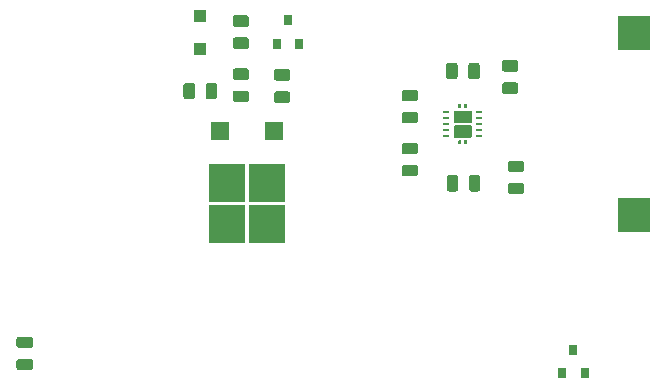
<source format=gbr>
G04 #@! TF.GenerationSoftware,KiCad,Pcbnew,(5.1.5)-3*
G04 #@! TF.CreationDate,2020-12-11T17:28:03+02:00*
G04 #@! TF.ProjectId,led_02,6c65645f-3032-42e6-9b69-6361645f7063,rev?*
G04 #@! TF.SameCoordinates,Original*
G04 #@! TF.FileFunction,Paste,Top*
G04 #@! TF.FilePolarity,Positive*
%FSLAX46Y46*%
G04 Gerber Fmt 4.6, Leading zero omitted, Abs format (unit mm)*
G04 Created by KiCad (PCBNEW (5.1.5)-3) date 2020-12-11 17:28:03*
%MOMM*%
%LPD*%
G04 APERTURE LIST*
%ADD10R,0.800000X0.900000*%
%ADD11R,1.100000X1.100000*%
%ADD12R,1.500000X1.600000*%
%ADD13R,3.100000X3.200000*%
%ADD14C,0.100000*%
%ADD15R,2.790000X2.920000*%
%ADD16R,0.600000X0.240000*%
G04 APERTURE END LIST*
D10*
X57450000Y-57200000D03*
X58400000Y-59200000D03*
X56500000Y-59200000D03*
D11*
X25800000Y-31700000D03*
X25800000Y-28900000D03*
D10*
X32350000Y-31300000D03*
X34250000Y-31300000D03*
X33300000Y-29300000D03*
D12*
X32100000Y-38650000D03*
X27500000Y-38650000D03*
D13*
X28100000Y-46550000D03*
X31500000Y-43050000D03*
X31500000Y-46550000D03*
X28100000Y-43050000D03*
D14*
G36*
X27067642Y-34601174D02*
G01*
X27091303Y-34604684D01*
X27114507Y-34610496D01*
X27137029Y-34618554D01*
X27158653Y-34628782D01*
X27179170Y-34641079D01*
X27198383Y-34655329D01*
X27216107Y-34671393D01*
X27232171Y-34689117D01*
X27246421Y-34708330D01*
X27258718Y-34728847D01*
X27268946Y-34750471D01*
X27277004Y-34772993D01*
X27282816Y-34796197D01*
X27286326Y-34819858D01*
X27287500Y-34843750D01*
X27287500Y-35756250D01*
X27286326Y-35780142D01*
X27282816Y-35803803D01*
X27277004Y-35827007D01*
X27268946Y-35849529D01*
X27258718Y-35871153D01*
X27246421Y-35891670D01*
X27232171Y-35910883D01*
X27216107Y-35928607D01*
X27198383Y-35944671D01*
X27179170Y-35958921D01*
X27158653Y-35971218D01*
X27137029Y-35981446D01*
X27114507Y-35989504D01*
X27091303Y-35995316D01*
X27067642Y-35998826D01*
X27043750Y-36000000D01*
X26556250Y-36000000D01*
X26532358Y-35998826D01*
X26508697Y-35995316D01*
X26485493Y-35989504D01*
X26462971Y-35981446D01*
X26441347Y-35971218D01*
X26420830Y-35958921D01*
X26401617Y-35944671D01*
X26383893Y-35928607D01*
X26367829Y-35910883D01*
X26353579Y-35891670D01*
X26341282Y-35871153D01*
X26331054Y-35849529D01*
X26322996Y-35827007D01*
X26317184Y-35803803D01*
X26313674Y-35780142D01*
X26312500Y-35756250D01*
X26312500Y-34843750D01*
X26313674Y-34819858D01*
X26317184Y-34796197D01*
X26322996Y-34772993D01*
X26331054Y-34750471D01*
X26341282Y-34728847D01*
X26353579Y-34708330D01*
X26367829Y-34689117D01*
X26383893Y-34671393D01*
X26401617Y-34655329D01*
X26420830Y-34641079D01*
X26441347Y-34628782D01*
X26462971Y-34618554D01*
X26485493Y-34610496D01*
X26508697Y-34604684D01*
X26532358Y-34601174D01*
X26556250Y-34600000D01*
X27043750Y-34600000D01*
X27067642Y-34601174D01*
G37*
G36*
X25192642Y-34601174D02*
G01*
X25216303Y-34604684D01*
X25239507Y-34610496D01*
X25262029Y-34618554D01*
X25283653Y-34628782D01*
X25304170Y-34641079D01*
X25323383Y-34655329D01*
X25341107Y-34671393D01*
X25357171Y-34689117D01*
X25371421Y-34708330D01*
X25383718Y-34728847D01*
X25393946Y-34750471D01*
X25402004Y-34772993D01*
X25407816Y-34796197D01*
X25411326Y-34819858D01*
X25412500Y-34843750D01*
X25412500Y-35756250D01*
X25411326Y-35780142D01*
X25407816Y-35803803D01*
X25402004Y-35827007D01*
X25393946Y-35849529D01*
X25383718Y-35871153D01*
X25371421Y-35891670D01*
X25357171Y-35910883D01*
X25341107Y-35928607D01*
X25323383Y-35944671D01*
X25304170Y-35958921D01*
X25283653Y-35971218D01*
X25262029Y-35981446D01*
X25239507Y-35989504D01*
X25216303Y-35995316D01*
X25192642Y-35998826D01*
X25168750Y-36000000D01*
X24681250Y-36000000D01*
X24657358Y-35998826D01*
X24633697Y-35995316D01*
X24610493Y-35989504D01*
X24587971Y-35981446D01*
X24566347Y-35971218D01*
X24545830Y-35958921D01*
X24526617Y-35944671D01*
X24508893Y-35928607D01*
X24492829Y-35910883D01*
X24478579Y-35891670D01*
X24466282Y-35871153D01*
X24456054Y-35849529D01*
X24447996Y-35827007D01*
X24442184Y-35803803D01*
X24438674Y-35780142D01*
X24437500Y-35756250D01*
X24437500Y-34843750D01*
X24438674Y-34819858D01*
X24442184Y-34796197D01*
X24447996Y-34772993D01*
X24456054Y-34750471D01*
X24466282Y-34728847D01*
X24478579Y-34708330D01*
X24492829Y-34689117D01*
X24508893Y-34671393D01*
X24526617Y-34655329D01*
X24545830Y-34641079D01*
X24566347Y-34628782D01*
X24587971Y-34618554D01*
X24610493Y-34610496D01*
X24633697Y-34604684D01*
X24657358Y-34601174D01*
X24681250Y-34600000D01*
X25168750Y-34600000D01*
X25192642Y-34601174D01*
G37*
G36*
X29780142Y-28876174D02*
G01*
X29803803Y-28879684D01*
X29827007Y-28885496D01*
X29849529Y-28893554D01*
X29871153Y-28903782D01*
X29891670Y-28916079D01*
X29910883Y-28930329D01*
X29928607Y-28946393D01*
X29944671Y-28964117D01*
X29958921Y-28983330D01*
X29971218Y-29003847D01*
X29981446Y-29025471D01*
X29989504Y-29047993D01*
X29995316Y-29071197D01*
X29998826Y-29094858D01*
X30000000Y-29118750D01*
X30000000Y-29606250D01*
X29998826Y-29630142D01*
X29995316Y-29653803D01*
X29989504Y-29677007D01*
X29981446Y-29699529D01*
X29971218Y-29721153D01*
X29958921Y-29741670D01*
X29944671Y-29760883D01*
X29928607Y-29778607D01*
X29910883Y-29794671D01*
X29891670Y-29808921D01*
X29871153Y-29821218D01*
X29849529Y-29831446D01*
X29827007Y-29839504D01*
X29803803Y-29845316D01*
X29780142Y-29848826D01*
X29756250Y-29850000D01*
X28843750Y-29850000D01*
X28819858Y-29848826D01*
X28796197Y-29845316D01*
X28772993Y-29839504D01*
X28750471Y-29831446D01*
X28728847Y-29821218D01*
X28708330Y-29808921D01*
X28689117Y-29794671D01*
X28671393Y-29778607D01*
X28655329Y-29760883D01*
X28641079Y-29741670D01*
X28628782Y-29721153D01*
X28618554Y-29699529D01*
X28610496Y-29677007D01*
X28604684Y-29653803D01*
X28601174Y-29630142D01*
X28600000Y-29606250D01*
X28600000Y-29118750D01*
X28601174Y-29094858D01*
X28604684Y-29071197D01*
X28610496Y-29047993D01*
X28618554Y-29025471D01*
X28628782Y-29003847D01*
X28641079Y-28983330D01*
X28655329Y-28964117D01*
X28671393Y-28946393D01*
X28689117Y-28930329D01*
X28708330Y-28916079D01*
X28728847Y-28903782D01*
X28750471Y-28893554D01*
X28772993Y-28885496D01*
X28796197Y-28879684D01*
X28819858Y-28876174D01*
X28843750Y-28875000D01*
X29756250Y-28875000D01*
X29780142Y-28876174D01*
G37*
G36*
X29780142Y-30751174D02*
G01*
X29803803Y-30754684D01*
X29827007Y-30760496D01*
X29849529Y-30768554D01*
X29871153Y-30778782D01*
X29891670Y-30791079D01*
X29910883Y-30805329D01*
X29928607Y-30821393D01*
X29944671Y-30839117D01*
X29958921Y-30858330D01*
X29971218Y-30878847D01*
X29981446Y-30900471D01*
X29989504Y-30922993D01*
X29995316Y-30946197D01*
X29998826Y-30969858D01*
X30000000Y-30993750D01*
X30000000Y-31481250D01*
X29998826Y-31505142D01*
X29995316Y-31528803D01*
X29989504Y-31552007D01*
X29981446Y-31574529D01*
X29971218Y-31596153D01*
X29958921Y-31616670D01*
X29944671Y-31635883D01*
X29928607Y-31653607D01*
X29910883Y-31669671D01*
X29891670Y-31683921D01*
X29871153Y-31696218D01*
X29849529Y-31706446D01*
X29827007Y-31714504D01*
X29803803Y-31720316D01*
X29780142Y-31723826D01*
X29756250Y-31725000D01*
X28843750Y-31725000D01*
X28819858Y-31723826D01*
X28796197Y-31720316D01*
X28772993Y-31714504D01*
X28750471Y-31706446D01*
X28728847Y-31696218D01*
X28708330Y-31683921D01*
X28689117Y-31669671D01*
X28671393Y-31653607D01*
X28655329Y-31635883D01*
X28641079Y-31616670D01*
X28628782Y-31596153D01*
X28618554Y-31574529D01*
X28610496Y-31552007D01*
X28604684Y-31528803D01*
X28601174Y-31505142D01*
X28600000Y-31481250D01*
X28600000Y-30993750D01*
X28601174Y-30969858D01*
X28604684Y-30946197D01*
X28610496Y-30922993D01*
X28618554Y-30900471D01*
X28628782Y-30878847D01*
X28641079Y-30858330D01*
X28655329Y-30839117D01*
X28671393Y-30821393D01*
X28689117Y-30805329D01*
X28708330Y-30791079D01*
X28728847Y-30778782D01*
X28750471Y-30768554D01*
X28772993Y-30760496D01*
X28796197Y-30754684D01*
X28819858Y-30751174D01*
X28843750Y-30750000D01*
X29756250Y-30750000D01*
X29780142Y-30751174D01*
G37*
G36*
X29780142Y-33376174D02*
G01*
X29803803Y-33379684D01*
X29827007Y-33385496D01*
X29849529Y-33393554D01*
X29871153Y-33403782D01*
X29891670Y-33416079D01*
X29910883Y-33430329D01*
X29928607Y-33446393D01*
X29944671Y-33464117D01*
X29958921Y-33483330D01*
X29971218Y-33503847D01*
X29981446Y-33525471D01*
X29989504Y-33547993D01*
X29995316Y-33571197D01*
X29998826Y-33594858D01*
X30000000Y-33618750D01*
X30000000Y-34106250D01*
X29998826Y-34130142D01*
X29995316Y-34153803D01*
X29989504Y-34177007D01*
X29981446Y-34199529D01*
X29971218Y-34221153D01*
X29958921Y-34241670D01*
X29944671Y-34260883D01*
X29928607Y-34278607D01*
X29910883Y-34294671D01*
X29891670Y-34308921D01*
X29871153Y-34321218D01*
X29849529Y-34331446D01*
X29827007Y-34339504D01*
X29803803Y-34345316D01*
X29780142Y-34348826D01*
X29756250Y-34350000D01*
X28843750Y-34350000D01*
X28819858Y-34348826D01*
X28796197Y-34345316D01*
X28772993Y-34339504D01*
X28750471Y-34331446D01*
X28728847Y-34321218D01*
X28708330Y-34308921D01*
X28689117Y-34294671D01*
X28671393Y-34278607D01*
X28655329Y-34260883D01*
X28641079Y-34241670D01*
X28628782Y-34221153D01*
X28618554Y-34199529D01*
X28610496Y-34177007D01*
X28604684Y-34153803D01*
X28601174Y-34130142D01*
X28600000Y-34106250D01*
X28600000Y-33618750D01*
X28601174Y-33594858D01*
X28604684Y-33571197D01*
X28610496Y-33547993D01*
X28618554Y-33525471D01*
X28628782Y-33503847D01*
X28641079Y-33483330D01*
X28655329Y-33464117D01*
X28671393Y-33446393D01*
X28689117Y-33430329D01*
X28708330Y-33416079D01*
X28728847Y-33403782D01*
X28750471Y-33393554D01*
X28772993Y-33385496D01*
X28796197Y-33379684D01*
X28819858Y-33376174D01*
X28843750Y-33375000D01*
X29756250Y-33375000D01*
X29780142Y-33376174D01*
G37*
G36*
X29780142Y-35251174D02*
G01*
X29803803Y-35254684D01*
X29827007Y-35260496D01*
X29849529Y-35268554D01*
X29871153Y-35278782D01*
X29891670Y-35291079D01*
X29910883Y-35305329D01*
X29928607Y-35321393D01*
X29944671Y-35339117D01*
X29958921Y-35358330D01*
X29971218Y-35378847D01*
X29981446Y-35400471D01*
X29989504Y-35422993D01*
X29995316Y-35446197D01*
X29998826Y-35469858D01*
X30000000Y-35493750D01*
X30000000Y-35981250D01*
X29998826Y-36005142D01*
X29995316Y-36028803D01*
X29989504Y-36052007D01*
X29981446Y-36074529D01*
X29971218Y-36096153D01*
X29958921Y-36116670D01*
X29944671Y-36135883D01*
X29928607Y-36153607D01*
X29910883Y-36169671D01*
X29891670Y-36183921D01*
X29871153Y-36196218D01*
X29849529Y-36206446D01*
X29827007Y-36214504D01*
X29803803Y-36220316D01*
X29780142Y-36223826D01*
X29756250Y-36225000D01*
X28843750Y-36225000D01*
X28819858Y-36223826D01*
X28796197Y-36220316D01*
X28772993Y-36214504D01*
X28750471Y-36206446D01*
X28728847Y-36196218D01*
X28708330Y-36183921D01*
X28689117Y-36169671D01*
X28671393Y-36153607D01*
X28655329Y-36135883D01*
X28641079Y-36116670D01*
X28628782Y-36096153D01*
X28618554Y-36074529D01*
X28610496Y-36052007D01*
X28604684Y-36028803D01*
X28601174Y-36005142D01*
X28600000Y-35981250D01*
X28600000Y-35493750D01*
X28601174Y-35469858D01*
X28604684Y-35446197D01*
X28610496Y-35422993D01*
X28618554Y-35400471D01*
X28628782Y-35378847D01*
X28641079Y-35358330D01*
X28655329Y-35339117D01*
X28671393Y-35321393D01*
X28689117Y-35305329D01*
X28708330Y-35291079D01*
X28728847Y-35278782D01*
X28750471Y-35268554D01*
X28772993Y-35260496D01*
X28796197Y-35254684D01*
X28819858Y-35251174D01*
X28843750Y-35250000D01*
X29756250Y-35250000D01*
X29780142Y-35251174D01*
G37*
G36*
X33280142Y-33438674D02*
G01*
X33303803Y-33442184D01*
X33327007Y-33447996D01*
X33349529Y-33456054D01*
X33371153Y-33466282D01*
X33391670Y-33478579D01*
X33410883Y-33492829D01*
X33428607Y-33508893D01*
X33444671Y-33526617D01*
X33458921Y-33545830D01*
X33471218Y-33566347D01*
X33481446Y-33587971D01*
X33489504Y-33610493D01*
X33495316Y-33633697D01*
X33498826Y-33657358D01*
X33500000Y-33681250D01*
X33500000Y-34168750D01*
X33498826Y-34192642D01*
X33495316Y-34216303D01*
X33489504Y-34239507D01*
X33481446Y-34262029D01*
X33471218Y-34283653D01*
X33458921Y-34304170D01*
X33444671Y-34323383D01*
X33428607Y-34341107D01*
X33410883Y-34357171D01*
X33391670Y-34371421D01*
X33371153Y-34383718D01*
X33349529Y-34393946D01*
X33327007Y-34402004D01*
X33303803Y-34407816D01*
X33280142Y-34411326D01*
X33256250Y-34412500D01*
X32343750Y-34412500D01*
X32319858Y-34411326D01*
X32296197Y-34407816D01*
X32272993Y-34402004D01*
X32250471Y-34393946D01*
X32228847Y-34383718D01*
X32208330Y-34371421D01*
X32189117Y-34357171D01*
X32171393Y-34341107D01*
X32155329Y-34323383D01*
X32141079Y-34304170D01*
X32128782Y-34283653D01*
X32118554Y-34262029D01*
X32110496Y-34239507D01*
X32104684Y-34216303D01*
X32101174Y-34192642D01*
X32100000Y-34168750D01*
X32100000Y-33681250D01*
X32101174Y-33657358D01*
X32104684Y-33633697D01*
X32110496Y-33610493D01*
X32118554Y-33587971D01*
X32128782Y-33566347D01*
X32141079Y-33545830D01*
X32155329Y-33526617D01*
X32171393Y-33508893D01*
X32189117Y-33492829D01*
X32208330Y-33478579D01*
X32228847Y-33466282D01*
X32250471Y-33456054D01*
X32272993Y-33447996D01*
X32296197Y-33442184D01*
X32319858Y-33438674D01*
X32343750Y-33437500D01*
X33256250Y-33437500D01*
X33280142Y-33438674D01*
G37*
G36*
X33280142Y-35313674D02*
G01*
X33303803Y-35317184D01*
X33327007Y-35322996D01*
X33349529Y-35331054D01*
X33371153Y-35341282D01*
X33391670Y-35353579D01*
X33410883Y-35367829D01*
X33428607Y-35383893D01*
X33444671Y-35401617D01*
X33458921Y-35420830D01*
X33471218Y-35441347D01*
X33481446Y-35462971D01*
X33489504Y-35485493D01*
X33495316Y-35508697D01*
X33498826Y-35532358D01*
X33500000Y-35556250D01*
X33500000Y-36043750D01*
X33498826Y-36067642D01*
X33495316Y-36091303D01*
X33489504Y-36114507D01*
X33481446Y-36137029D01*
X33471218Y-36158653D01*
X33458921Y-36179170D01*
X33444671Y-36198383D01*
X33428607Y-36216107D01*
X33410883Y-36232171D01*
X33391670Y-36246421D01*
X33371153Y-36258718D01*
X33349529Y-36268946D01*
X33327007Y-36277004D01*
X33303803Y-36282816D01*
X33280142Y-36286326D01*
X33256250Y-36287500D01*
X32343750Y-36287500D01*
X32319858Y-36286326D01*
X32296197Y-36282816D01*
X32272993Y-36277004D01*
X32250471Y-36268946D01*
X32228847Y-36258718D01*
X32208330Y-36246421D01*
X32189117Y-36232171D01*
X32171393Y-36216107D01*
X32155329Y-36198383D01*
X32141079Y-36179170D01*
X32128782Y-36158653D01*
X32118554Y-36137029D01*
X32110496Y-36114507D01*
X32104684Y-36091303D01*
X32101174Y-36067642D01*
X32100000Y-36043750D01*
X32100000Y-35556250D01*
X32101174Y-35532358D01*
X32104684Y-35508697D01*
X32110496Y-35485493D01*
X32118554Y-35462971D01*
X32128782Y-35441347D01*
X32141079Y-35420830D01*
X32155329Y-35401617D01*
X32171393Y-35383893D01*
X32189117Y-35367829D01*
X32208330Y-35353579D01*
X32228847Y-35341282D01*
X32250471Y-35331054D01*
X32272993Y-35322996D01*
X32296197Y-35317184D01*
X32319858Y-35313674D01*
X32343750Y-35312500D01*
X33256250Y-35312500D01*
X33280142Y-35313674D01*
G37*
G36*
X44080142Y-35176174D02*
G01*
X44103803Y-35179684D01*
X44127007Y-35185496D01*
X44149529Y-35193554D01*
X44171153Y-35203782D01*
X44191670Y-35216079D01*
X44210883Y-35230329D01*
X44228607Y-35246393D01*
X44244671Y-35264117D01*
X44258921Y-35283330D01*
X44271218Y-35303847D01*
X44281446Y-35325471D01*
X44289504Y-35347993D01*
X44295316Y-35371197D01*
X44298826Y-35394858D01*
X44300000Y-35418750D01*
X44300000Y-35906250D01*
X44298826Y-35930142D01*
X44295316Y-35953803D01*
X44289504Y-35977007D01*
X44281446Y-35999529D01*
X44271218Y-36021153D01*
X44258921Y-36041670D01*
X44244671Y-36060883D01*
X44228607Y-36078607D01*
X44210883Y-36094671D01*
X44191670Y-36108921D01*
X44171153Y-36121218D01*
X44149529Y-36131446D01*
X44127007Y-36139504D01*
X44103803Y-36145316D01*
X44080142Y-36148826D01*
X44056250Y-36150000D01*
X43143750Y-36150000D01*
X43119858Y-36148826D01*
X43096197Y-36145316D01*
X43072993Y-36139504D01*
X43050471Y-36131446D01*
X43028847Y-36121218D01*
X43008330Y-36108921D01*
X42989117Y-36094671D01*
X42971393Y-36078607D01*
X42955329Y-36060883D01*
X42941079Y-36041670D01*
X42928782Y-36021153D01*
X42918554Y-35999529D01*
X42910496Y-35977007D01*
X42904684Y-35953803D01*
X42901174Y-35930142D01*
X42900000Y-35906250D01*
X42900000Y-35418750D01*
X42901174Y-35394858D01*
X42904684Y-35371197D01*
X42910496Y-35347993D01*
X42918554Y-35325471D01*
X42928782Y-35303847D01*
X42941079Y-35283330D01*
X42955329Y-35264117D01*
X42971393Y-35246393D01*
X42989117Y-35230329D01*
X43008330Y-35216079D01*
X43028847Y-35203782D01*
X43050471Y-35193554D01*
X43072993Y-35185496D01*
X43096197Y-35179684D01*
X43119858Y-35176174D01*
X43143750Y-35175000D01*
X44056250Y-35175000D01*
X44080142Y-35176174D01*
G37*
G36*
X44080142Y-37051174D02*
G01*
X44103803Y-37054684D01*
X44127007Y-37060496D01*
X44149529Y-37068554D01*
X44171153Y-37078782D01*
X44191670Y-37091079D01*
X44210883Y-37105329D01*
X44228607Y-37121393D01*
X44244671Y-37139117D01*
X44258921Y-37158330D01*
X44271218Y-37178847D01*
X44281446Y-37200471D01*
X44289504Y-37222993D01*
X44295316Y-37246197D01*
X44298826Y-37269858D01*
X44300000Y-37293750D01*
X44300000Y-37781250D01*
X44298826Y-37805142D01*
X44295316Y-37828803D01*
X44289504Y-37852007D01*
X44281446Y-37874529D01*
X44271218Y-37896153D01*
X44258921Y-37916670D01*
X44244671Y-37935883D01*
X44228607Y-37953607D01*
X44210883Y-37969671D01*
X44191670Y-37983921D01*
X44171153Y-37996218D01*
X44149529Y-38006446D01*
X44127007Y-38014504D01*
X44103803Y-38020316D01*
X44080142Y-38023826D01*
X44056250Y-38025000D01*
X43143750Y-38025000D01*
X43119858Y-38023826D01*
X43096197Y-38020316D01*
X43072993Y-38014504D01*
X43050471Y-38006446D01*
X43028847Y-37996218D01*
X43008330Y-37983921D01*
X42989117Y-37969671D01*
X42971393Y-37953607D01*
X42955329Y-37935883D01*
X42941079Y-37916670D01*
X42928782Y-37896153D01*
X42918554Y-37874529D01*
X42910496Y-37852007D01*
X42904684Y-37828803D01*
X42901174Y-37805142D01*
X42900000Y-37781250D01*
X42900000Y-37293750D01*
X42901174Y-37269858D01*
X42904684Y-37246197D01*
X42910496Y-37222993D01*
X42918554Y-37200471D01*
X42928782Y-37178847D01*
X42941079Y-37158330D01*
X42955329Y-37139117D01*
X42971393Y-37121393D01*
X42989117Y-37105329D01*
X43008330Y-37091079D01*
X43028847Y-37078782D01*
X43050471Y-37068554D01*
X43072993Y-37060496D01*
X43096197Y-37054684D01*
X43119858Y-37051174D01*
X43143750Y-37050000D01*
X44056250Y-37050000D01*
X44080142Y-37051174D01*
G37*
G36*
X53080142Y-41176174D02*
G01*
X53103803Y-41179684D01*
X53127007Y-41185496D01*
X53149529Y-41193554D01*
X53171153Y-41203782D01*
X53191670Y-41216079D01*
X53210883Y-41230329D01*
X53228607Y-41246393D01*
X53244671Y-41264117D01*
X53258921Y-41283330D01*
X53271218Y-41303847D01*
X53281446Y-41325471D01*
X53289504Y-41347993D01*
X53295316Y-41371197D01*
X53298826Y-41394858D01*
X53300000Y-41418750D01*
X53300000Y-41906250D01*
X53298826Y-41930142D01*
X53295316Y-41953803D01*
X53289504Y-41977007D01*
X53281446Y-41999529D01*
X53271218Y-42021153D01*
X53258921Y-42041670D01*
X53244671Y-42060883D01*
X53228607Y-42078607D01*
X53210883Y-42094671D01*
X53191670Y-42108921D01*
X53171153Y-42121218D01*
X53149529Y-42131446D01*
X53127007Y-42139504D01*
X53103803Y-42145316D01*
X53080142Y-42148826D01*
X53056250Y-42150000D01*
X52143750Y-42150000D01*
X52119858Y-42148826D01*
X52096197Y-42145316D01*
X52072993Y-42139504D01*
X52050471Y-42131446D01*
X52028847Y-42121218D01*
X52008330Y-42108921D01*
X51989117Y-42094671D01*
X51971393Y-42078607D01*
X51955329Y-42060883D01*
X51941079Y-42041670D01*
X51928782Y-42021153D01*
X51918554Y-41999529D01*
X51910496Y-41977007D01*
X51904684Y-41953803D01*
X51901174Y-41930142D01*
X51900000Y-41906250D01*
X51900000Y-41418750D01*
X51901174Y-41394858D01*
X51904684Y-41371197D01*
X51910496Y-41347993D01*
X51918554Y-41325471D01*
X51928782Y-41303847D01*
X51941079Y-41283330D01*
X51955329Y-41264117D01*
X51971393Y-41246393D01*
X51989117Y-41230329D01*
X52008330Y-41216079D01*
X52028847Y-41203782D01*
X52050471Y-41193554D01*
X52072993Y-41185496D01*
X52096197Y-41179684D01*
X52119858Y-41176174D01*
X52143750Y-41175000D01*
X53056250Y-41175000D01*
X53080142Y-41176174D01*
G37*
G36*
X53080142Y-43051174D02*
G01*
X53103803Y-43054684D01*
X53127007Y-43060496D01*
X53149529Y-43068554D01*
X53171153Y-43078782D01*
X53191670Y-43091079D01*
X53210883Y-43105329D01*
X53228607Y-43121393D01*
X53244671Y-43139117D01*
X53258921Y-43158330D01*
X53271218Y-43178847D01*
X53281446Y-43200471D01*
X53289504Y-43222993D01*
X53295316Y-43246197D01*
X53298826Y-43269858D01*
X53300000Y-43293750D01*
X53300000Y-43781250D01*
X53298826Y-43805142D01*
X53295316Y-43828803D01*
X53289504Y-43852007D01*
X53281446Y-43874529D01*
X53271218Y-43896153D01*
X53258921Y-43916670D01*
X53244671Y-43935883D01*
X53228607Y-43953607D01*
X53210883Y-43969671D01*
X53191670Y-43983921D01*
X53171153Y-43996218D01*
X53149529Y-44006446D01*
X53127007Y-44014504D01*
X53103803Y-44020316D01*
X53080142Y-44023826D01*
X53056250Y-44025000D01*
X52143750Y-44025000D01*
X52119858Y-44023826D01*
X52096197Y-44020316D01*
X52072993Y-44014504D01*
X52050471Y-44006446D01*
X52028847Y-43996218D01*
X52008330Y-43983921D01*
X51989117Y-43969671D01*
X51971393Y-43953607D01*
X51955329Y-43935883D01*
X51941079Y-43916670D01*
X51928782Y-43896153D01*
X51918554Y-43874529D01*
X51910496Y-43852007D01*
X51904684Y-43828803D01*
X51901174Y-43805142D01*
X51900000Y-43781250D01*
X51900000Y-43293750D01*
X51901174Y-43269858D01*
X51904684Y-43246197D01*
X51910496Y-43222993D01*
X51918554Y-43200471D01*
X51928782Y-43178847D01*
X51941079Y-43158330D01*
X51955329Y-43139117D01*
X51971393Y-43121393D01*
X51989117Y-43105329D01*
X52008330Y-43091079D01*
X52028847Y-43078782D01*
X52050471Y-43068554D01*
X52072993Y-43060496D01*
X52096197Y-43054684D01*
X52119858Y-43051174D01*
X52143750Y-43050000D01*
X53056250Y-43050000D01*
X53080142Y-43051174D01*
G37*
G36*
X52580142Y-32676174D02*
G01*
X52603803Y-32679684D01*
X52627007Y-32685496D01*
X52649529Y-32693554D01*
X52671153Y-32703782D01*
X52691670Y-32716079D01*
X52710883Y-32730329D01*
X52728607Y-32746393D01*
X52744671Y-32764117D01*
X52758921Y-32783330D01*
X52771218Y-32803847D01*
X52781446Y-32825471D01*
X52789504Y-32847993D01*
X52795316Y-32871197D01*
X52798826Y-32894858D01*
X52800000Y-32918750D01*
X52800000Y-33406250D01*
X52798826Y-33430142D01*
X52795316Y-33453803D01*
X52789504Y-33477007D01*
X52781446Y-33499529D01*
X52771218Y-33521153D01*
X52758921Y-33541670D01*
X52744671Y-33560883D01*
X52728607Y-33578607D01*
X52710883Y-33594671D01*
X52691670Y-33608921D01*
X52671153Y-33621218D01*
X52649529Y-33631446D01*
X52627007Y-33639504D01*
X52603803Y-33645316D01*
X52580142Y-33648826D01*
X52556250Y-33650000D01*
X51643750Y-33650000D01*
X51619858Y-33648826D01*
X51596197Y-33645316D01*
X51572993Y-33639504D01*
X51550471Y-33631446D01*
X51528847Y-33621218D01*
X51508330Y-33608921D01*
X51489117Y-33594671D01*
X51471393Y-33578607D01*
X51455329Y-33560883D01*
X51441079Y-33541670D01*
X51428782Y-33521153D01*
X51418554Y-33499529D01*
X51410496Y-33477007D01*
X51404684Y-33453803D01*
X51401174Y-33430142D01*
X51400000Y-33406250D01*
X51400000Y-32918750D01*
X51401174Y-32894858D01*
X51404684Y-32871197D01*
X51410496Y-32847993D01*
X51418554Y-32825471D01*
X51428782Y-32803847D01*
X51441079Y-32783330D01*
X51455329Y-32764117D01*
X51471393Y-32746393D01*
X51489117Y-32730329D01*
X51508330Y-32716079D01*
X51528847Y-32703782D01*
X51550471Y-32693554D01*
X51572993Y-32685496D01*
X51596197Y-32679684D01*
X51619858Y-32676174D01*
X51643750Y-32675000D01*
X52556250Y-32675000D01*
X52580142Y-32676174D01*
G37*
G36*
X52580142Y-34551174D02*
G01*
X52603803Y-34554684D01*
X52627007Y-34560496D01*
X52649529Y-34568554D01*
X52671153Y-34578782D01*
X52691670Y-34591079D01*
X52710883Y-34605329D01*
X52728607Y-34621393D01*
X52744671Y-34639117D01*
X52758921Y-34658330D01*
X52771218Y-34678847D01*
X52781446Y-34700471D01*
X52789504Y-34722993D01*
X52795316Y-34746197D01*
X52798826Y-34769858D01*
X52800000Y-34793750D01*
X52800000Y-35281250D01*
X52798826Y-35305142D01*
X52795316Y-35328803D01*
X52789504Y-35352007D01*
X52781446Y-35374529D01*
X52771218Y-35396153D01*
X52758921Y-35416670D01*
X52744671Y-35435883D01*
X52728607Y-35453607D01*
X52710883Y-35469671D01*
X52691670Y-35483921D01*
X52671153Y-35496218D01*
X52649529Y-35506446D01*
X52627007Y-35514504D01*
X52603803Y-35520316D01*
X52580142Y-35523826D01*
X52556250Y-35525000D01*
X51643750Y-35525000D01*
X51619858Y-35523826D01*
X51596197Y-35520316D01*
X51572993Y-35514504D01*
X51550471Y-35506446D01*
X51528847Y-35496218D01*
X51508330Y-35483921D01*
X51489117Y-35469671D01*
X51471393Y-35453607D01*
X51455329Y-35435883D01*
X51441079Y-35416670D01*
X51428782Y-35396153D01*
X51418554Y-35374529D01*
X51410496Y-35352007D01*
X51404684Y-35328803D01*
X51401174Y-35305142D01*
X51400000Y-35281250D01*
X51400000Y-34793750D01*
X51401174Y-34769858D01*
X51404684Y-34746197D01*
X51410496Y-34722993D01*
X51418554Y-34700471D01*
X51428782Y-34678847D01*
X51441079Y-34658330D01*
X51455329Y-34639117D01*
X51471393Y-34621393D01*
X51489117Y-34605329D01*
X51508330Y-34591079D01*
X51528847Y-34578782D01*
X51550471Y-34568554D01*
X51572993Y-34560496D01*
X51596197Y-34554684D01*
X51619858Y-34551174D01*
X51643750Y-34550000D01*
X52556250Y-34550000D01*
X52580142Y-34551174D01*
G37*
D15*
X62600000Y-30400000D03*
X62600000Y-45800000D03*
D14*
G36*
X11480142Y-56076174D02*
G01*
X11503803Y-56079684D01*
X11527007Y-56085496D01*
X11549529Y-56093554D01*
X11571153Y-56103782D01*
X11591670Y-56116079D01*
X11610883Y-56130329D01*
X11628607Y-56146393D01*
X11644671Y-56164117D01*
X11658921Y-56183330D01*
X11671218Y-56203847D01*
X11681446Y-56225471D01*
X11689504Y-56247993D01*
X11695316Y-56271197D01*
X11698826Y-56294858D01*
X11700000Y-56318750D01*
X11700000Y-56806250D01*
X11698826Y-56830142D01*
X11695316Y-56853803D01*
X11689504Y-56877007D01*
X11681446Y-56899529D01*
X11671218Y-56921153D01*
X11658921Y-56941670D01*
X11644671Y-56960883D01*
X11628607Y-56978607D01*
X11610883Y-56994671D01*
X11591670Y-57008921D01*
X11571153Y-57021218D01*
X11549529Y-57031446D01*
X11527007Y-57039504D01*
X11503803Y-57045316D01*
X11480142Y-57048826D01*
X11456250Y-57050000D01*
X10543750Y-57050000D01*
X10519858Y-57048826D01*
X10496197Y-57045316D01*
X10472993Y-57039504D01*
X10450471Y-57031446D01*
X10428847Y-57021218D01*
X10408330Y-57008921D01*
X10389117Y-56994671D01*
X10371393Y-56978607D01*
X10355329Y-56960883D01*
X10341079Y-56941670D01*
X10328782Y-56921153D01*
X10318554Y-56899529D01*
X10310496Y-56877007D01*
X10304684Y-56853803D01*
X10301174Y-56830142D01*
X10300000Y-56806250D01*
X10300000Y-56318750D01*
X10301174Y-56294858D01*
X10304684Y-56271197D01*
X10310496Y-56247993D01*
X10318554Y-56225471D01*
X10328782Y-56203847D01*
X10341079Y-56183330D01*
X10355329Y-56164117D01*
X10371393Y-56146393D01*
X10389117Y-56130329D01*
X10408330Y-56116079D01*
X10428847Y-56103782D01*
X10450471Y-56093554D01*
X10472993Y-56085496D01*
X10496197Y-56079684D01*
X10519858Y-56076174D01*
X10543750Y-56075000D01*
X11456250Y-56075000D01*
X11480142Y-56076174D01*
G37*
G36*
X11480142Y-57951174D02*
G01*
X11503803Y-57954684D01*
X11527007Y-57960496D01*
X11549529Y-57968554D01*
X11571153Y-57978782D01*
X11591670Y-57991079D01*
X11610883Y-58005329D01*
X11628607Y-58021393D01*
X11644671Y-58039117D01*
X11658921Y-58058330D01*
X11671218Y-58078847D01*
X11681446Y-58100471D01*
X11689504Y-58122993D01*
X11695316Y-58146197D01*
X11698826Y-58169858D01*
X11700000Y-58193750D01*
X11700000Y-58681250D01*
X11698826Y-58705142D01*
X11695316Y-58728803D01*
X11689504Y-58752007D01*
X11681446Y-58774529D01*
X11671218Y-58796153D01*
X11658921Y-58816670D01*
X11644671Y-58835883D01*
X11628607Y-58853607D01*
X11610883Y-58869671D01*
X11591670Y-58883921D01*
X11571153Y-58896218D01*
X11549529Y-58906446D01*
X11527007Y-58914504D01*
X11503803Y-58920316D01*
X11480142Y-58923826D01*
X11456250Y-58925000D01*
X10543750Y-58925000D01*
X10519858Y-58923826D01*
X10496197Y-58920316D01*
X10472993Y-58914504D01*
X10450471Y-58906446D01*
X10428847Y-58896218D01*
X10408330Y-58883921D01*
X10389117Y-58869671D01*
X10371393Y-58853607D01*
X10355329Y-58835883D01*
X10341079Y-58816670D01*
X10328782Y-58796153D01*
X10318554Y-58774529D01*
X10310496Y-58752007D01*
X10304684Y-58728803D01*
X10301174Y-58705142D01*
X10300000Y-58681250D01*
X10300000Y-58193750D01*
X10301174Y-58169858D01*
X10304684Y-58146197D01*
X10310496Y-58122993D01*
X10318554Y-58100471D01*
X10328782Y-58078847D01*
X10341079Y-58058330D01*
X10355329Y-58039117D01*
X10371393Y-58021393D01*
X10389117Y-58005329D01*
X10408330Y-57991079D01*
X10428847Y-57978782D01*
X10450471Y-57968554D01*
X10472993Y-57960496D01*
X10496197Y-57954684D01*
X10519858Y-57951174D01*
X10543750Y-57950000D01*
X11456250Y-57950000D01*
X11480142Y-57951174D01*
G37*
G36*
X47492642Y-42401174D02*
G01*
X47516303Y-42404684D01*
X47539507Y-42410496D01*
X47562029Y-42418554D01*
X47583653Y-42428782D01*
X47604170Y-42441079D01*
X47623383Y-42455329D01*
X47641107Y-42471393D01*
X47657171Y-42489117D01*
X47671421Y-42508330D01*
X47683718Y-42528847D01*
X47693946Y-42550471D01*
X47702004Y-42572993D01*
X47707816Y-42596197D01*
X47711326Y-42619858D01*
X47712500Y-42643750D01*
X47712500Y-43556250D01*
X47711326Y-43580142D01*
X47707816Y-43603803D01*
X47702004Y-43627007D01*
X47693946Y-43649529D01*
X47683718Y-43671153D01*
X47671421Y-43691670D01*
X47657171Y-43710883D01*
X47641107Y-43728607D01*
X47623383Y-43744671D01*
X47604170Y-43758921D01*
X47583653Y-43771218D01*
X47562029Y-43781446D01*
X47539507Y-43789504D01*
X47516303Y-43795316D01*
X47492642Y-43798826D01*
X47468750Y-43800000D01*
X46981250Y-43800000D01*
X46957358Y-43798826D01*
X46933697Y-43795316D01*
X46910493Y-43789504D01*
X46887971Y-43781446D01*
X46866347Y-43771218D01*
X46845830Y-43758921D01*
X46826617Y-43744671D01*
X46808893Y-43728607D01*
X46792829Y-43710883D01*
X46778579Y-43691670D01*
X46766282Y-43671153D01*
X46756054Y-43649529D01*
X46747996Y-43627007D01*
X46742184Y-43603803D01*
X46738674Y-43580142D01*
X46737500Y-43556250D01*
X46737500Y-42643750D01*
X46738674Y-42619858D01*
X46742184Y-42596197D01*
X46747996Y-42572993D01*
X46756054Y-42550471D01*
X46766282Y-42528847D01*
X46778579Y-42508330D01*
X46792829Y-42489117D01*
X46808893Y-42471393D01*
X46826617Y-42455329D01*
X46845830Y-42441079D01*
X46866347Y-42428782D01*
X46887971Y-42418554D01*
X46910493Y-42410496D01*
X46933697Y-42404684D01*
X46957358Y-42401174D01*
X46981250Y-42400000D01*
X47468750Y-42400000D01*
X47492642Y-42401174D01*
G37*
G36*
X49367642Y-42401174D02*
G01*
X49391303Y-42404684D01*
X49414507Y-42410496D01*
X49437029Y-42418554D01*
X49458653Y-42428782D01*
X49479170Y-42441079D01*
X49498383Y-42455329D01*
X49516107Y-42471393D01*
X49532171Y-42489117D01*
X49546421Y-42508330D01*
X49558718Y-42528847D01*
X49568946Y-42550471D01*
X49577004Y-42572993D01*
X49582816Y-42596197D01*
X49586326Y-42619858D01*
X49587500Y-42643750D01*
X49587500Y-43556250D01*
X49586326Y-43580142D01*
X49582816Y-43603803D01*
X49577004Y-43627007D01*
X49568946Y-43649529D01*
X49558718Y-43671153D01*
X49546421Y-43691670D01*
X49532171Y-43710883D01*
X49516107Y-43728607D01*
X49498383Y-43744671D01*
X49479170Y-43758921D01*
X49458653Y-43771218D01*
X49437029Y-43781446D01*
X49414507Y-43789504D01*
X49391303Y-43795316D01*
X49367642Y-43798826D01*
X49343750Y-43800000D01*
X48856250Y-43800000D01*
X48832358Y-43798826D01*
X48808697Y-43795316D01*
X48785493Y-43789504D01*
X48762971Y-43781446D01*
X48741347Y-43771218D01*
X48720830Y-43758921D01*
X48701617Y-43744671D01*
X48683893Y-43728607D01*
X48667829Y-43710883D01*
X48653579Y-43691670D01*
X48641282Y-43671153D01*
X48631054Y-43649529D01*
X48622996Y-43627007D01*
X48617184Y-43603803D01*
X48613674Y-43580142D01*
X48612500Y-43556250D01*
X48612500Y-42643750D01*
X48613674Y-42619858D01*
X48617184Y-42596197D01*
X48622996Y-42572993D01*
X48631054Y-42550471D01*
X48641282Y-42528847D01*
X48653579Y-42508330D01*
X48667829Y-42489117D01*
X48683893Y-42471393D01*
X48701617Y-42455329D01*
X48720830Y-42441079D01*
X48741347Y-42428782D01*
X48762971Y-42418554D01*
X48785493Y-42410496D01*
X48808697Y-42404684D01*
X48832358Y-42401174D01*
X48856250Y-42400000D01*
X49343750Y-42400000D01*
X49367642Y-42401174D01*
G37*
G36*
X44080142Y-41551174D02*
G01*
X44103803Y-41554684D01*
X44127007Y-41560496D01*
X44149529Y-41568554D01*
X44171153Y-41578782D01*
X44191670Y-41591079D01*
X44210883Y-41605329D01*
X44228607Y-41621393D01*
X44244671Y-41639117D01*
X44258921Y-41658330D01*
X44271218Y-41678847D01*
X44281446Y-41700471D01*
X44289504Y-41722993D01*
X44295316Y-41746197D01*
X44298826Y-41769858D01*
X44300000Y-41793750D01*
X44300000Y-42281250D01*
X44298826Y-42305142D01*
X44295316Y-42328803D01*
X44289504Y-42352007D01*
X44281446Y-42374529D01*
X44271218Y-42396153D01*
X44258921Y-42416670D01*
X44244671Y-42435883D01*
X44228607Y-42453607D01*
X44210883Y-42469671D01*
X44191670Y-42483921D01*
X44171153Y-42496218D01*
X44149529Y-42506446D01*
X44127007Y-42514504D01*
X44103803Y-42520316D01*
X44080142Y-42523826D01*
X44056250Y-42525000D01*
X43143750Y-42525000D01*
X43119858Y-42523826D01*
X43096197Y-42520316D01*
X43072993Y-42514504D01*
X43050471Y-42506446D01*
X43028847Y-42496218D01*
X43008330Y-42483921D01*
X42989117Y-42469671D01*
X42971393Y-42453607D01*
X42955329Y-42435883D01*
X42941079Y-42416670D01*
X42928782Y-42396153D01*
X42918554Y-42374529D01*
X42910496Y-42352007D01*
X42904684Y-42328803D01*
X42901174Y-42305142D01*
X42900000Y-42281250D01*
X42900000Y-41793750D01*
X42901174Y-41769858D01*
X42904684Y-41746197D01*
X42910496Y-41722993D01*
X42918554Y-41700471D01*
X42928782Y-41678847D01*
X42941079Y-41658330D01*
X42955329Y-41639117D01*
X42971393Y-41621393D01*
X42989117Y-41605329D01*
X43008330Y-41591079D01*
X43028847Y-41578782D01*
X43050471Y-41568554D01*
X43072993Y-41560496D01*
X43096197Y-41554684D01*
X43119858Y-41551174D01*
X43143750Y-41550000D01*
X44056250Y-41550000D01*
X44080142Y-41551174D01*
G37*
G36*
X44080142Y-39676174D02*
G01*
X44103803Y-39679684D01*
X44127007Y-39685496D01*
X44149529Y-39693554D01*
X44171153Y-39703782D01*
X44191670Y-39716079D01*
X44210883Y-39730329D01*
X44228607Y-39746393D01*
X44244671Y-39764117D01*
X44258921Y-39783330D01*
X44271218Y-39803847D01*
X44281446Y-39825471D01*
X44289504Y-39847993D01*
X44295316Y-39871197D01*
X44298826Y-39894858D01*
X44300000Y-39918750D01*
X44300000Y-40406250D01*
X44298826Y-40430142D01*
X44295316Y-40453803D01*
X44289504Y-40477007D01*
X44281446Y-40499529D01*
X44271218Y-40521153D01*
X44258921Y-40541670D01*
X44244671Y-40560883D01*
X44228607Y-40578607D01*
X44210883Y-40594671D01*
X44191670Y-40608921D01*
X44171153Y-40621218D01*
X44149529Y-40631446D01*
X44127007Y-40639504D01*
X44103803Y-40645316D01*
X44080142Y-40648826D01*
X44056250Y-40650000D01*
X43143750Y-40650000D01*
X43119858Y-40648826D01*
X43096197Y-40645316D01*
X43072993Y-40639504D01*
X43050471Y-40631446D01*
X43028847Y-40621218D01*
X43008330Y-40608921D01*
X42989117Y-40594671D01*
X42971393Y-40578607D01*
X42955329Y-40560883D01*
X42941079Y-40541670D01*
X42928782Y-40521153D01*
X42918554Y-40499529D01*
X42910496Y-40477007D01*
X42904684Y-40453803D01*
X42901174Y-40430142D01*
X42900000Y-40406250D01*
X42900000Y-39918750D01*
X42901174Y-39894858D01*
X42904684Y-39871197D01*
X42910496Y-39847993D01*
X42918554Y-39825471D01*
X42928782Y-39803847D01*
X42941079Y-39783330D01*
X42955329Y-39764117D01*
X42971393Y-39746393D01*
X42989117Y-39730329D01*
X43008330Y-39716079D01*
X43028847Y-39703782D01*
X43050471Y-39693554D01*
X43072993Y-39685496D01*
X43096197Y-39679684D01*
X43119858Y-39676174D01*
X43143750Y-39675000D01*
X44056250Y-39675000D01*
X44080142Y-39676174D01*
G37*
G36*
X49305142Y-32901174D02*
G01*
X49328803Y-32904684D01*
X49352007Y-32910496D01*
X49374529Y-32918554D01*
X49396153Y-32928782D01*
X49416670Y-32941079D01*
X49435883Y-32955329D01*
X49453607Y-32971393D01*
X49469671Y-32989117D01*
X49483921Y-33008330D01*
X49496218Y-33028847D01*
X49506446Y-33050471D01*
X49514504Y-33072993D01*
X49520316Y-33096197D01*
X49523826Y-33119858D01*
X49525000Y-33143750D01*
X49525000Y-34056250D01*
X49523826Y-34080142D01*
X49520316Y-34103803D01*
X49514504Y-34127007D01*
X49506446Y-34149529D01*
X49496218Y-34171153D01*
X49483921Y-34191670D01*
X49469671Y-34210883D01*
X49453607Y-34228607D01*
X49435883Y-34244671D01*
X49416670Y-34258921D01*
X49396153Y-34271218D01*
X49374529Y-34281446D01*
X49352007Y-34289504D01*
X49328803Y-34295316D01*
X49305142Y-34298826D01*
X49281250Y-34300000D01*
X48793750Y-34300000D01*
X48769858Y-34298826D01*
X48746197Y-34295316D01*
X48722993Y-34289504D01*
X48700471Y-34281446D01*
X48678847Y-34271218D01*
X48658330Y-34258921D01*
X48639117Y-34244671D01*
X48621393Y-34228607D01*
X48605329Y-34210883D01*
X48591079Y-34191670D01*
X48578782Y-34171153D01*
X48568554Y-34149529D01*
X48560496Y-34127007D01*
X48554684Y-34103803D01*
X48551174Y-34080142D01*
X48550000Y-34056250D01*
X48550000Y-33143750D01*
X48551174Y-33119858D01*
X48554684Y-33096197D01*
X48560496Y-33072993D01*
X48568554Y-33050471D01*
X48578782Y-33028847D01*
X48591079Y-33008330D01*
X48605329Y-32989117D01*
X48621393Y-32971393D01*
X48639117Y-32955329D01*
X48658330Y-32941079D01*
X48678847Y-32928782D01*
X48700471Y-32918554D01*
X48722993Y-32910496D01*
X48746197Y-32904684D01*
X48769858Y-32901174D01*
X48793750Y-32900000D01*
X49281250Y-32900000D01*
X49305142Y-32901174D01*
G37*
G36*
X47430142Y-32901174D02*
G01*
X47453803Y-32904684D01*
X47477007Y-32910496D01*
X47499529Y-32918554D01*
X47521153Y-32928782D01*
X47541670Y-32941079D01*
X47560883Y-32955329D01*
X47578607Y-32971393D01*
X47594671Y-32989117D01*
X47608921Y-33008330D01*
X47621218Y-33028847D01*
X47631446Y-33050471D01*
X47639504Y-33072993D01*
X47645316Y-33096197D01*
X47648826Y-33119858D01*
X47650000Y-33143750D01*
X47650000Y-34056250D01*
X47648826Y-34080142D01*
X47645316Y-34103803D01*
X47639504Y-34127007D01*
X47631446Y-34149529D01*
X47621218Y-34171153D01*
X47608921Y-34191670D01*
X47594671Y-34210883D01*
X47578607Y-34228607D01*
X47560883Y-34244671D01*
X47541670Y-34258921D01*
X47521153Y-34271218D01*
X47499529Y-34281446D01*
X47477007Y-34289504D01*
X47453803Y-34295316D01*
X47430142Y-34298826D01*
X47406250Y-34300000D01*
X46918750Y-34300000D01*
X46894858Y-34298826D01*
X46871197Y-34295316D01*
X46847993Y-34289504D01*
X46825471Y-34281446D01*
X46803847Y-34271218D01*
X46783330Y-34258921D01*
X46764117Y-34244671D01*
X46746393Y-34228607D01*
X46730329Y-34210883D01*
X46716079Y-34191670D01*
X46703782Y-34171153D01*
X46693554Y-34149529D01*
X46685496Y-34127007D01*
X46679684Y-34103803D01*
X46676174Y-34080142D01*
X46675000Y-34056250D01*
X46675000Y-33143750D01*
X46676174Y-33119858D01*
X46679684Y-33096197D01*
X46685496Y-33072993D01*
X46693554Y-33050471D01*
X46703782Y-33028847D01*
X46716079Y-33008330D01*
X46730329Y-32989117D01*
X46746393Y-32971393D01*
X46764117Y-32955329D01*
X46783330Y-32941079D01*
X46803847Y-32928782D01*
X46825471Y-32918554D01*
X46847993Y-32910496D01*
X46871197Y-32904684D01*
X46894858Y-32901174D01*
X46918750Y-32900000D01*
X47406250Y-32900000D01*
X47430142Y-32901174D01*
G37*
G36*
X48754390Y-36940510D02*
G01*
X48764680Y-36942037D01*
X48774770Y-36944564D01*
X48784564Y-36948069D01*
X48793968Y-36952516D01*
X48802890Y-36957864D01*
X48811246Y-36964061D01*
X48818953Y-36971047D01*
X48825939Y-36978754D01*
X48832136Y-36987110D01*
X48837484Y-36996032D01*
X48841931Y-37005436D01*
X48845436Y-37015230D01*
X48847963Y-37025320D01*
X48849490Y-37035610D01*
X48850000Y-37046000D01*
X48850000Y-37894000D01*
X48849490Y-37904390D01*
X48847963Y-37914680D01*
X48845436Y-37924770D01*
X48841931Y-37934564D01*
X48837484Y-37943968D01*
X48832136Y-37952890D01*
X48825939Y-37961246D01*
X48818953Y-37968953D01*
X48811246Y-37975939D01*
X48802890Y-37982136D01*
X48793968Y-37987484D01*
X48784564Y-37991931D01*
X48774770Y-37995436D01*
X48764680Y-37997963D01*
X48754390Y-37999490D01*
X48744000Y-38000000D01*
X47456000Y-38000000D01*
X47445610Y-37999490D01*
X47435320Y-37997963D01*
X47425230Y-37995436D01*
X47415436Y-37991931D01*
X47406032Y-37987484D01*
X47397110Y-37982136D01*
X47388754Y-37975939D01*
X47381047Y-37968953D01*
X47374061Y-37961246D01*
X47367864Y-37952890D01*
X47362516Y-37943968D01*
X47358069Y-37934564D01*
X47354564Y-37924770D01*
X47352037Y-37914680D01*
X47350510Y-37904390D01*
X47350000Y-37894000D01*
X47350000Y-37046000D01*
X47350510Y-37035610D01*
X47352037Y-37025320D01*
X47354564Y-37015230D01*
X47358069Y-37005436D01*
X47362516Y-36996032D01*
X47367864Y-36987110D01*
X47374061Y-36978754D01*
X47381047Y-36971047D01*
X47388754Y-36964061D01*
X47397110Y-36957864D01*
X47406032Y-36952516D01*
X47415436Y-36948069D01*
X47425230Y-36944564D01*
X47435320Y-36942037D01*
X47445610Y-36940510D01*
X47456000Y-36940000D01*
X48744000Y-36940000D01*
X48754390Y-36940510D01*
G37*
G36*
X48754390Y-38200510D02*
G01*
X48764680Y-38202037D01*
X48774770Y-38204564D01*
X48784564Y-38208069D01*
X48793968Y-38212516D01*
X48802890Y-38217864D01*
X48811246Y-38224061D01*
X48818953Y-38231047D01*
X48825939Y-38238754D01*
X48832136Y-38247110D01*
X48837484Y-38256032D01*
X48841931Y-38265436D01*
X48845436Y-38275230D01*
X48847963Y-38285320D01*
X48849490Y-38295610D01*
X48850000Y-38306000D01*
X48850000Y-39154000D01*
X48849490Y-39164390D01*
X48847963Y-39174680D01*
X48845436Y-39184770D01*
X48841931Y-39194564D01*
X48837484Y-39203968D01*
X48832136Y-39212890D01*
X48825939Y-39221246D01*
X48818953Y-39228953D01*
X48811246Y-39235939D01*
X48802890Y-39242136D01*
X48793968Y-39247484D01*
X48784564Y-39251931D01*
X48774770Y-39255436D01*
X48764680Y-39257963D01*
X48754390Y-39259490D01*
X48744000Y-39260000D01*
X47456000Y-39260000D01*
X47445610Y-39259490D01*
X47435320Y-39257963D01*
X47425230Y-39255436D01*
X47415436Y-39251931D01*
X47406032Y-39247484D01*
X47397110Y-39242136D01*
X47388754Y-39235939D01*
X47381047Y-39228953D01*
X47374061Y-39221246D01*
X47367864Y-39212890D01*
X47362516Y-39203968D01*
X47358069Y-39194564D01*
X47354564Y-39184770D01*
X47352037Y-39174680D01*
X47350510Y-39164390D01*
X47350000Y-39154000D01*
X47350000Y-38306000D01*
X47350510Y-38295610D01*
X47352037Y-38285320D01*
X47354564Y-38275230D01*
X47358069Y-38265436D01*
X47362516Y-38256032D01*
X47367864Y-38247110D01*
X47374061Y-38238754D01*
X47381047Y-38231047D01*
X47388754Y-38224061D01*
X47397110Y-38217864D01*
X47406032Y-38212516D01*
X47415436Y-38208069D01*
X47425230Y-38204564D01*
X47435320Y-38202037D01*
X47445610Y-38200510D01*
X47456000Y-38200000D01*
X48744000Y-38200000D01*
X48754390Y-38200510D01*
G37*
G36*
X48452450Y-39460120D02*
G01*
X48454877Y-39460480D01*
X48457257Y-39461076D01*
X48459567Y-39461903D01*
X48461785Y-39462952D01*
X48463889Y-39464213D01*
X48465860Y-39465675D01*
X48467678Y-39467322D01*
X48469325Y-39469140D01*
X48470787Y-39471111D01*
X48472048Y-39473215D01*
X48473097Y-39475433D01*
X48473924Y-39477743D01*
X48474520Y-39480123D01*
X48474880Y-39482550D01*
X48475000Y-39485000D01*
X48475000Y-39775000D01*
X48474880Y-39777450D01*
X48474520Y-39779877D01*
X48473924Y-39782257D01*
X48473097Y-39784567D01*
X48472048Y-39786785D01*
X48470787Y-39788889D01*
X48469325Y-39790860D01*
X48467678Y-39792678D01*
X48465860Y-39794325D01*
X48463889Y-39795787D01*
X48461785Y-39797048D01*
X48459567Y-39798097D01*
X48457257Y-39798924D01*
X48454877Y-39799520D01*
X48452450Y-39799880D01*
X48450000Y-39800000D01*
X48250000Y-39800000D01*
X48247550Y-39799880D01*
X48245123Y-39799520D01*
X48242743Y-39798924D01*
X48240433Y-39798097D01*
X48238215Y-39797048D01*
X48236111Y-39795787D01*
X48234140Y-39794325D01*
X48232322Y-39792678D01*
X48230675Y-39790860D01*
X48229213Y-39788889D01*
X48227952Y-39786785D01*
X48226903Y-39784567D01*
X48226076Y-39782257D01*
X48225480Y-39779877D01*
X48225120Y-39777450D01*
X48225000Y-39775000D01*
X48225000Y-39485000D01*
X48225120Y-39482550D01*
X48225480Y-39480123D01*
X48226076Y-39477743D01*
X48226903Y-39475433D01*
X48227952Y-39473215D01*
X48229213Y-39471111D01*
X48230675Y-39469140D01*
X48232322Y-39467322D01*
X48234140Y-39465675D01*
X48236111Y-39464213D01*
X48238215Y-39462952D01*
X48240433Y-39461903D01*
X48242743Y-39461076D01*
X48245123Y-39460480D01*
X48247550Y-39460120D01*
X48250000Y-39460000D01*
X48450000Y-39460000D01*
X48452450Y-39460120D01*
G37*
G36*
X47952450Y-39460120D02*
G01*
X47954877Y-39460480D01*
X47957257Y-39461076D01*
X47959567Y-39461903D01*
X47961785Y-39462952D01*
X47963889Y-39464213D01*
X47965860Y-39465675D01*
X47967678Y-39467322D01*
X47969325Y-39469140D01*
X47970787Y-39471111D01*
X47972048Y-39473215D01*
X47973097Y-39475433D01*
X47973924Y-39477743D01*
X47974520Y-39480123D01*
X47974880Y-39482550D01*
X47975000Y-39485000D01*
X47975000Y-39775000D01*
X47974880Y-39777450D01*
X47974520Y-39779877D01*
X47973924Y-39782257D01*
X47973097Y-39784567D01*
X47972048Y-39786785D01*
X47970787Y-39788889D01*
X47969325Y-39790860D01*
X47967678Y-39792678D01*
X47965860Y-39794325D01*
X47963889Y-39795787D01*
X47961785Y-39797048D01*
X47959567Y-39798097D01*
X47957257Y-39798924D01*
X47954877Y-39799520D01*
X47952450Y-39799880D01*
X47950000Y-39800000D01*
X47750000Y-39800000D01*
X47747550Y-39799880D01*
X47745123Y-39799520D01*
X47742743Y-39798924D01*
X47740433Y-39798097D01*
X47738215Y-39797048D01*
X47736111Y-39795787D01*
X47734140Y-39794325D01*
X47732322Y-39792678D01*
X47730675Y-39790860D01*
X47729213Y-39788889D01*
X47727952Y-39786785D01*
X47726903Y-39784567D01*
X47726076Y-39782257D01*
X47725480Y-39779877D01*
X47725120Y-39777450D01*
X47725000Y-39775000D01*
X47725000Y-39485000D01*
X47725120Y-39482550D01*
X47725480Y-39480123D01*
X47726076Y-39477743D01*
X47726903Y-39475433D01*
X47727952Y-39473215D01*
X47729213Y-39471111D01*
X47730675Y-39469140D01*
X47732322Y-39467322D01*
X47734140Y-39465675D01*
X47736111Y-39464213D01*
X47738215Y-39462952D01*
X47740433Y-39461903D01*
X47742743Y-39461076D01*
X47745123Y-39460480D01*
X47747550Y-39460120D01*
X47750000Y-39460000D01*
X47950000Y-39460000D01*
X47952450Y-39460120D01*
G37*
G36*
X48452450Y-36400120D02*
G01*
X48454877Y-36400480D01*
X48457257Y-36401076D01*
X48459567Y-36401903D01*
X48461785Y-36402952D01*
X48463889Y-36404213D01*
X48465860Y-36405675D01*
X48467678Y-36407322D01*
X48469325Y-36409140D01*
X48470787Y-36411111D01*
X48472048Y-36413215D01*
X48473097Y-36415433D01*
X48473924Y-36417743D01*
X48474520Y-36420123D01*
X48474880Y-36422550D01*
X48475000Y-36425000D01*
X48475000Y-36715000D01*
X48474880Y-36717450D01*
X48474520Y-36719877D01*
X48473924Y-36722257D01*
X48473097Y-36724567D01*
X48472048Y-36726785D01*
X48470787Y-36728889D01*
X48469325Y-36730860D01*
X48467678Y-36732678D01*
X48465860Y-36734325D01*
X48463889Y-36735787D01*
X48461785Y-36737048D01*
X48459567Y-36738097D01*
X48457257Y-36738924D01*
X48454877Y-36739520D01*
X48452450Y-36739880D01*
X48450000Y-36740000D01*
X48250000Y-36740000D01*
X48247550Y-36739880D01*
X48245123Y-36739520D01*
X48242743Y-36738924D01*
X48240433Y-36738097D01*
X48238215Y-36737048D01*
X48236111Y-36735787D01*
X48234140Y-36734325D01*
X48232322Y-36732678D01*
X48230675Y-36730860D01*
X48229213Y-36728889D01*
X48227952Y-36726785D01*
X48226903Y-36724567D01*
X48226076Y-36722257D01*
X48225480Y-36719877D01*
X48225120Y-36717450D01*
X48225000Y-36715000D01*
X48225000Y-36425000D01*
X48225120Y-36422550D01*
X48225480Y-36420123D01*
X48226076Y-36417743D01*
X48226903Y-36415433D01*
X48227952Y-36413215D01*
X48229213Y-36411111D01*
X48230675Y-36409140D01*
X48232322Y-36407322D01*
X48234140Y-36405675D01*
X48236111Y-36404213D01*
X48238215Y-36402952D01*
X48240433Y-36401903D01*
X48242743Y-36401076D01*
X48245123Y-36400480D01*
X48247550Y-36400120D01*
X48250000Y-36400000D01*
X48450000Y-36400000D01*
X48452450Y-36400120D01*
G37*
G36*
X47952450Y-36400120D02*
G01*
X47954877Y-36400480D01*
X47957257Y-36401076D01*
X47959567Y-36401903D01*
X47961785Y-36402952D01*
X47963889Y-36404213D01*
X47965860Y-36405675D01*
X47967678Y-36407322D01*
X47969325Y-36409140D01*
X47970787Y-36411111D01*
X47972048Y-36413215D01*
X47973097Y-36415433D01*
X47973924Y-36417743D01*
X47974520Y-36420123D01*
X47974880Y-36422550D01*
X47975000Y-36425000D01*
X47975000Y-36715000D01*
X47974880Y-36717450D01*
X47974520Y-36719877D01*
X47973924Y-36722257D01*
X47973097Y-36724567D01*
X47972048Y-36726785D01*
X47970787Y-36728889D01*
X47969325Y-36730860D01*
X47967678Y-36732678D01*
X47965860Y-36734325D01*
X47963889Y-36735787D01*
X47961785Y-36737048D01*
X47959567Y-36738097D01*
X47957257Y-36738924D01*
X47954877Y-36739520D01*
X47952450Y-36739880D01*
X47950000Y-36740000D01*
X47750000Y-36740000D01*
X47747550Y-36739880D01*
X47745123Y-36739520D01*
X47742743Y-36738924D01*
X47740433Y-36738097D01*
X47738215Y-36737048D01*
X47736111Y-36735787D01*
X47734140Y-36734325D01*
X47732322Y-36732678D01*
X47730675Y-36730860D01*
X47729213Y-36728889D01*
X47727952Y-36726785D01*
X47726903Y-36724567D01*
X47726076Y-36722257D01*
X47725480Y-36719877D01*
X47725120Y-36717450D01*
X47725000Y-36715000D01*
X47725000Y-36425000D01*
X47725120Y-36422550D01*
X47725480Y-36420123D01*
X47726076Y-36417743D01*
X47726903Y-36415433D01*
X47727952Y-36413215D01*
X47729213Y-36411111D01*
X47730675Y-36409140D01*
X47732322Y-36407322D01*
X47734140Y-36405675D01*
X47736111Y-36404213D01*
X47738215Y-36402952D01*
X47740433Y-36401903D01*
X47742743Y-36401076D01*
X47745123Y-36400480D01*
X47747550Y-36400120D01*
X47750000Y-36400000D01*
X47950000Y-36400000D01*
X47952450Y-36400120D01*
G37*
D16*
X49500000Y-39100000D03*
X49500000Y-38600000D03*
X49500000Y-38100000D03*
X49500000Y-37600000D03*
X49500000Y-37100000D03*
X46700000Y-37100000D03*
X46700000Y-37600000D03*
X46700000Y-38100000D03*
X46700000Y-38600000D03*
X46700000Y-39100000D03*
M02*

</source>
